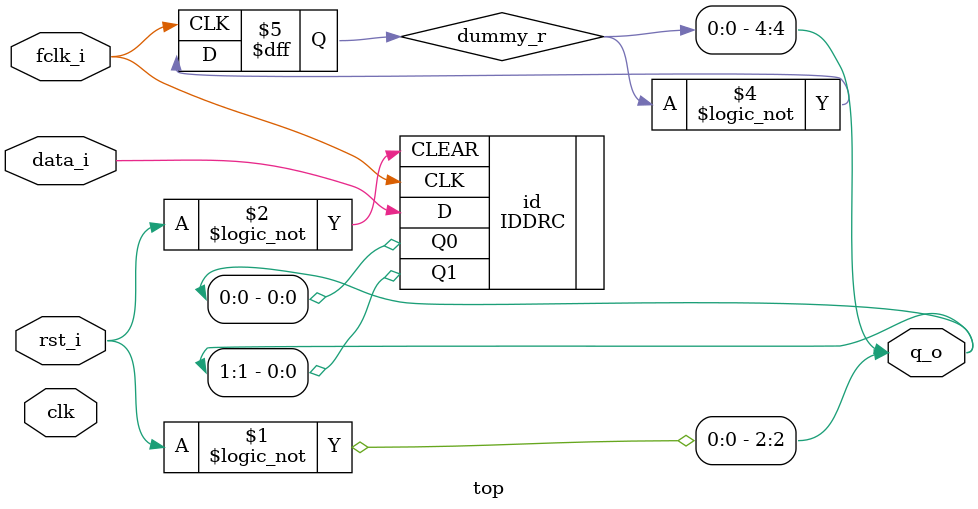
<source format=v>
`default_nettype none
module top(input wire clk, 
	input wire rst_i, 
	input wire fclk_i,
	input wire data_i,
	output wire [7:0]q_o);

	assign q_o[2] = !rst_i;
    IDDRC id(
        .D(data_i),
		.CLK(fclk_i),
		.CLEAR(!rst_i),
        .Q0(q_o[0]),
        .Q1(q_o[1])
    );
	defparam id.Q0_INIT=1'b0;
	defparam id.Q1_INIT=1'b0;

	// dummy DFF
	assign q_o[4] = dummy_r;
	reg dummy_r;
	always @(posedge fclk_i) begin
		dummy_r <= !dummy_r;
	end
endmodule

</source>
